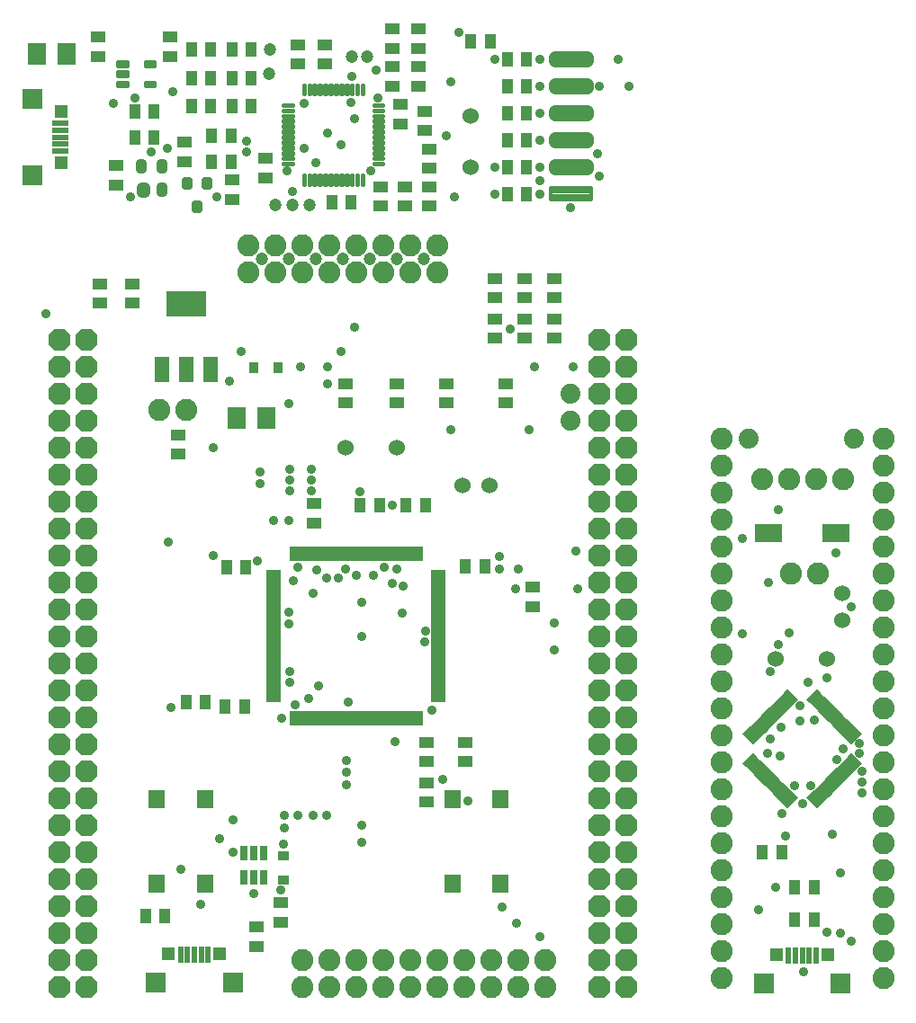
<source format=gbr>
G75*
%MOIN*%
%OFA0B0*%
%FSLAX25Y25*%
%IPPOS*%
%LPD*%
%AMOC8*
5,1,8,0,0,1.08239X$1,22.5*
%
%ADD10C,0.04737*%
%ADD11R,0.05524X0.03950*%
%ADD12R,0.03950X0.05524*%
%ADD13R,0.04068X0.03280*%
%ADD14R,0.03280X0.04068*%
%ADD15OC8,0.08200*%
%ADD16C,0.08200*%
%ADD17C,0.06000*%
%ADD18R,0.05918X0.06902*%
%ADD19R,0.01981X0.05524*%
%ADD20R,0.05524X0.01981*%
%ADD21R,0.05600X0.09600*%
%ADD22R,0.14973X0.09461*%
%ADD23R,0.03162X0.05524*%
%ADD24R,0.04800X0.04800*%
%ADD25R,0.02375X0.06115*%
%ADD26R,0.07800X0.07800*%
%ADD27C,0.04350*%
%ADD28C,0.01450*%
%ADD29C,0.02962*%
%ADD30C,0.03553*%
%ADD31C,0.00892*%
%ADD32C,0.01975*%
%ADD33C,0.01661*%
%ADD34R,0.07099X0.07887*%
%ADD35R,0.06115X0.02375*%
%ADD36R,0.09855X0.07099*%
%ADD37C,0.03600*%
%ADD38C,0.07400*%
D10*
X0094353Y0277500D03*
X0104353Y0277500D03*
X0114353Y0277500D03*
X0124353Y0277500D03*
X0134353Y0277500D03*
X0144353Y0277500D03*
X0154353Y0277500D03*
X0111978Y0297250D03*
X0105728Y0297250D03*
X0099478Y0297250D03*
X0097103Y0346000D03*
X0097228Y0355000D03*
X0127853Y0352250D03*
X0133478Y0352250D03*
D11*
X0142853Y0355457D03*
X0142853Y0348543D03*
X0142853Y0341457D03*
X0145853Y0334543D03*
X0145853Y0327457D03*
X0154853Y0324957D03*
X0156353Y0318043D03*
X0156353Y0310957D03*
X0156353Y0304043D03*
X0156353Y0296957D03*
X0147353Y0296957D03*
X0147353Y0304043D03*
X0138353Y0304043D03*
X0138353Y0296957D03*
X0154853Y0332043D03*
X0152353Y0341457D03*
X0152353Y0348543D03*
X0152353Y0355457D03*
X0152353Y0362543D03*
X0142853Y0362543D03*
X0117603Y0356793D03*
X0117603Y0349707D03*
X0107603Y0349707D03*
X0107603Y0356793D03*
X0095728Y0314543D03*
X0095728Y0307457D03*
X0083228Y0306543D03*
X0083228Y0299457D03*
X0065853Y0313457D03*
X0065853Y0320543D03*
X0040228Y0311918D03*
X0040228Y0304832D03*
X0034353Y0268043D03*
X0034353Y0260957D03*
X0046353Y0260957D03*
X0046353Y0268043D03*
X0063353Y0212043D03*
X0063353Y0204957D03*
X0113853Y0186543D03*
X0113853Y0179457D03*
X0125353Y0223957D03*
X0125353Y0231043D03*
X0144353Y0231043D03*
X0144353Y0223957D03*
X0162853Y0223957D03*
X0162853Y0231043D03*
X0180853Y0247957D03*
X0180853Y0255043D03*
X0180853Y0262957D03*
X0180853Y0270043D03*
X0191853Y0270043D03*
X0191853Y0262957D03*
X0191853Y0255043D03*
X0191853Y0247957D03*
X0202853Y0247957D03*
X0202853Y0255043D03*
X0202853Y0262957D03*
X0202853Y0270043D03*
X0184853Y0231043D03*
X0184853Y0223957D03*
X0194853Y0155543D03*
X0194853Y0148457D03*
X0169853Y0098043D03*
X0169853Y0090957D03*
X0155353Y0090957D03*
X0155353Y0098043D03*
X0155353Y0083043D03*
X0155353Y0075957D03*
X0101353Y0038543D03*
X0101353Y0031457D03*
X0092353Y0029543D03*
X0092353Y0022457D03*
X0060353Y0352457D03*
X0060353Y0359543D03*
X0033853Y0359543D03*
X0033853Y0352457D03*
D12*
X0047309Y0332000D03*
X0054396Y0332000D03*
X0054396Y0322500D03*
X0047309Y0322500D03*
X0068309Y0334000D03*
X0075396Y0334000D03*
X0083309Y0334000D03*
X0090396Y0334000D03*
X0090396Y0344500D03*
X0083309Y0344500D03*
X0075396Y0344500D03*
X0068309Y0344500D03*
X0068309Y0355000D03*
X0075396Y0355000D03*
X0083309Y0355000D03*
X0090396Y0355000D03*
X0082896Y0323000D03*
X0075809Y0323000D03*
X0075809Y0313500D03*
X0082896Y0313500D03*
X0120309Y0298500D03*
X0127396Y0298500D03*
X0171809Y0358000D03*
X0178896Y0358000D03*
X0185309Y0351500D03*
X0192396Y0351500D03*
X0192396Y0341500D03*
X0185309Y0341500D03*
X0185309Y0331500D03*
X0192396Y0331500D03*
X0192396Y0321500D03*
X0185309Y0321500D03*
X0185309Y0311500D03*
X0192396Y0311500D03*
X0192396Y0301500D03*
X0185309Y0301500D03*
X0154896Y0186000D03*
X0147809Y0186000D03*
X0137896Y0186000D03*
X0130809Y0186000D03*
X0169809Y0163500D03*
X0176896Y0163500D03*
X0088396Y0163000D03*
X0081309Y0163000D03*
X0073396Y0113000D03*
X0066309Y0113000D03*
X0080809Y0111500D03*
X0087896Y0111500D03*
X0058396Y0033750D03*
X0051309Y0033750D03*
X0279809Y0057500D03*
X0286896Y0057500D03*
X0291809Y0044500D03*
X0298896Y0044500D03*
X0298896Y0032500D03*
X0291809Y0032500D03*
D13*
X0102353Y0046972D03*
X0102353Y0056028D03*
D14*
X0100380Y0237000D03*
X0091325Y0237000D03*
D15*
X0019353Y0007500D03*
X0029353Y0007500D03*
X0029353Y0017500D03*
X0029353Y0027500D03*
X0029353Y0037500D03*
X0029353Y0047500D03*
X0029353Y0057500D03*
X0029353Y0067500D03*
X0029353Y0077500D03*
X0029353Y0087500D03*
X0029353Y0097500D03*
X0029353Y0107500D03*
X0029353Y0117500D03*
X0029353Y0127500D03*
X0029353Y0137500D03*
X0029353Y0147500D03*
X0029353Y0157500D03*
X0029353Y0167500D03*
X0029353Y0177500D03*
X0029353Y0187500D03*
X0029353Y0197500D03*
X0029353Y0207500D03*
X0029353Y0217500D03*
X0029353Y0227500D03*
X0029353Y0237500D03*
X0029353Y0247500D03*
X0019353Y0247500D03*
X0019353Y0237500D03*
X0019353Y0227500D03*
X0019353Y0217500D03*
X0019353Y0207500D03*
X0019353Y0197500D03*
X0019353Y0187500D03*
X0019353Y0177500D03*
X0019353Y0167500D03*
X0019353Y0157500D03*
X0019353Y0147500D03*
X0019353Y0137500D03*
X0019353Y0127500D03*
X0019353Y0117500D03*
X0019353Y0107500D03*
X0019353Y0097500D03*
X0019353Y0087500D03*
X0019353Y0077500D03*
X0019353Y0067500D03*
X0019353Y0057500D03*
X0019353Y0047500D03*
X0019353Y0037500D03*
X0019353Y0027500D03*
X0019353Y0017500D03*
X0219353Y0017500D03*
X0229353Y0017500D03*
X0229353Y0007500D03*
X0219353Y0007500D03*
X0219353Y0027500D03*
X0219353Y0037500D03*
X0229353Y0037500D03*
X0229353Y0027500D03*
X0229353Y0047500D03*
X0229353Y0057500D03*
X0229353Y0067500D03*
X0229353Y0077500D03*
X0229353Y0087500D03*
X0229353Y0097500D03*
X0229353Y0107500D03*
X0229353Y0117500D03*
X0229353Y0127500D03*
X0229353Y0137500D03*
X0229353Y0147500D03*
X0229353Y0157500D03*
X0229353Y0167500D03*
X0229353Y0177500D03*
X0229353Y0187500D03*
X0229353Y0197500D03*
X0229353Y0207500D03*
X0229353Y0217500D03*
X0229353Y0227500D03*
X0229353Y0237500D03*
X0229353Y0247500D03*
X0219353Y0247500D03*
X0219353Y0237500D03*
X0219353Y0227500D03*
X0219353Y0217500D03*
X0219353Y0207500D03*
X0219353Y0197500D03*
X0219353Y0187500D03*
X0219353Y0177500D03*
X0219353Y0167500D03*
X0219353Y0157500D03*
X0219353Y0147500D03*
X0219353Y0137500D03*
X0219353Y0127500D03*
X0219353Y0117500D03*
X0219353Y0107500D03*
X0219353Y0097500D03*
X0219353Y0087500D03*
X0219353Y0077500D03*
X0219353Y0067500D03*
X0219353Y0057500D03*
X0219353Y0047500D03*
D16*
X0199353Y0017500D03*
X0199353Y0007500D03*
X0189353Y0007500D03*
X0189353Y0017500D03*
X0179353Y0017500D03*
X0179353Y0007500D03*
X0169353Y0007500D03*
X0169353Y0017500D03*
X0159353Y0017500D03*
X0149353Y0017500D03*
X0149353Y0007500D03*
X0159353Y0007500D03*
X0139353Y0007500D03*
X0139353Y0017500D03*
X0129353Y0017500D03*
X0129353Y0007500D03*
X0119353Y0007500D03*
X0119353Y0017500D03*
X0109353Y0017500D03*
X0109353Y0007500D03*
X0264603Y0010750D03*
X0264603Y0020750D03*
X0264603Y0030750D03*
X0264603Y0040750D03*
X0264603Y0050750D03*
X0264603Y0060750D03*
X0264603Y0070750D03*
X0264603Y0080750D03*
X0264603Y0090750D03*
X0264603Y0100750D03*
X0264603Y0110750D03*
X0264603Y0120750D03*
X0264603Y0130750D03*
X0264603Y0140750D03*
X0264603Y0150750D03*
X0264603Y0160750D03*
X0264603Y0170750D03*
X0264603Y0180750D03*
X0264603Y0190750D03*
X0264603Y0200750D03*
X0264603Y0210750D03*
X0279603Y0195750D03*
X0289603Y0195750D03*
X0299603Y0195750D03*
X0309603Y0195750D03*
X0324603Y0190750D03*
X0324603Y0180750D03*
X0324603Y0170750D03*
X0324603Y0160750D03*
X0324603Y0150750D03*
X0324603Y0140750D03*
X0324603Y0130750D03*
X0324603Y0120750D03*
X0324603Y0110750D03*
X0324603Y0100750D03*
X0324603Y0090750D03*
X0324603Y0080750D03*
X0324603Y0070750D03*
X0324603Y0060750D03*
X0324603Y0050750D03*
X0324603Y0040750D03*
X0324603Y0030750D03*
X0324603Y0020750D03*
X0324603Y0010750D03*
X0300353Y0160750D03*
X0290353Y0160750D03*
X0324603Y0200750D03*
X0324603Y0210750D03*
X0159353Y0272500D03*
X0159353Y0282500D03*
X0149353Y0282500D03*
X0149353Y0272500D03*
X0139353Y0272500D03*
X0139353Y0282500D03*
X0129353Y0282500D03*
X0129353Y0272500D03*
X0119353Y0272500D03*
X0119353Y0282500D03*
X0109353Y0282500D03*
X0109353Y0272500D03*
X0099353Y0272500D03*
X0099353Y0282500D03*
X0089353Y0282500D03*
X0089353Y0272500D03*
X0066353Y0221500D03*
X0056353Y0221500D03*
D17*
X0125353Y0207500D03*
X0144353Y0207500D03*
X0168853Y0193500D03*
X0178853Y0193500D03*
X0171853Y0311500D03*
X0171853Y0330500D03*
X0309353Y0153500D03*
X0309353Y0143500D03*
X0303853Y0129000D03*
X0284853Y0129000D03*
D18*
X0182711Y0077150D03*
X0164994Y0077150D03*
X0164994Y0045850D03*
X0182711Y0045850D03*
X0073211Y0045850D03*
X0055494Y0045850D03*
X0055494Y0077150D03*
X0073211Y0077150D03*
D19*
X0105731Y0106988D03*
X0107699Y0106988D03*
X0109668Y0106988D03*
X0111636Y0106988D03*
X0113605Y0106988D03*
X0115573Y0106988D03*
X0117542Y0106988D03*
X0119510Y0106988D03*
X0121479Y0106988D03*
X0123447Y0106988D03*
X0125416Y0106988D03*
X0127384Y0106988D03*
X0129353Y0106988D03*
X0131321Y0106988D03*
X0133290Y0106988D03*
X0135258Y0106988D03*
X0137227Y0106988D03*
X0139195Y0106988D03*
X0141164Y0106988D03*
X0143132Y0106988D03*
X0145101Y0106988D03*
X0147069Y0106988D03*
X0149038Y0106988D03*
X0151006Y0106988D03*
X0152975Y0106988D03*
X0152975Y0168012D03*
X0151006Y0168012D03*
X0149038Y0168012D03*
X0147069Y0168012D03*
X0145101Y0168012D03*
X0143132Y0168012D03*
X0141164Y0168012D03*
X0139195Y0168012D03*
X0137227Y0168012D03*
X0135258Y0168012D03*
X0133290Y0168012D03*
X0131321Y0168012D03*
X0129353Y0168012D03*
X0127384Y0168012D03*
X0125416Y0168012D03*
X0123447Y0168012D03*
X0121479Y0168012D03*
X0119510Y0168012D03*
X0117542Y0168012D03*
X0115573Y0168012D03*
X0113605Y0168012D03*
X0111636Y0168012D03*
X0109668Y0168012D03*
X0107699Y0168012D03*
X0105731Y0168012D03*
D20*
X0098841Y0161122D03*
X0098841Y0159154D03*
X0098841Y0157185D03*
X0098841Y0155217D03*
X0098841Y0153248D03*
X0098841Y0151280D03*
X0098841Y0149311D03*
X0098841Y0147343D03*
X0098841Y0145374D03*
X0098841Y0143406D03*
X0098841Y0141437D03*
X0098841Y0139469D03*
X0098841Y0137500D03*
X0098841Y0135531D03*
X0098841Y0133563D03*
X0098841Y0131594D03*
X0098841Y0129626D03*
X0098841Y0127657D03*
X0098841Y0125689D03*
X0098841Y0123720D03*
X0098841Y0121752D03*
X0098841Y0119783D03*
X0098841Y0117815D03*
X0098841Y0115846D03*
X0098841Y0113878D03*
X0159865Y0113878D03*
X0159865Y0115846D03*
X0159865Y0117815D03*
X0159865Y0119783D03*
X0159865Y0121752D03*
X0159865Y0123720D03*
X0159865Y0125689D03*
X0159865Y0127657D03*
X0159865Y0129626D03*
X0159865Y0131594D03*
X0159865Y0133563D03*
X0159865Y0135531D03*
X0159865Y0137500D03*
X0159865Y0139469D03*
X0159865Y0141437D03*
X0159865Y0143406D03*
X0159865Y0145374D03*
X0159865Y0147343D03*
X0159865Y0149311D03*
X0159865Y0151280D03*
X0159865Y0153248D03*
X0159865Y0155217D03*
X0159865Y0157185D03*
X0159865Y0159154D03*
X0159865Y0161122D03*
G36*
X0276368Y0097273D02*
X0272463Y0101178D01*
X0273864Y0102579D01*
X0277769Y0098674D01*
X0276368Y0097273D01*
G37*
G36*
X0277759Y0098665D02*
X0273854Y0102570D01*
X0275255Y0103971D01*
X0279160Y0100066D01*
X0277759Y0098665D01*
G37*
G36*
X0279151Y0100057D02*
X0275246Y0103962D01*
X0276647Y0105363D01*
X0280552Y0101458D01*
X0279151Y0100057D01*
G37*
G36*
X0280543Y0101449D02*
X0276638Y0105354D01*
X0278039Y0106755D01*
X0281944Y0102850D01*
X0280543Y0101449D01*
G37*
G36*
X0281935Y0102841D02*
X0278030Y0106746D01*
X0279431Y0108147D01*
X0283336Y0104242D01*
X0281935Y0102841D01*
G37*
G36*
X0283327Y0104233D02*
X0279422Y0108138D01*
X0280823Y0109539D01*
X0284728Y0105634D01*
X0283327Y0104233D01*
G37*
G36*
X0284719Y0105624D02*
X0280814Y0109529D01*
X0282215Y0110930D01*
X0286120Y0107025D01*
X0284719Y0105624D01*
G37*
G36*
X0286111Y0107016D02*
X0282206Y0110921D01*
X0283607Y0112322D01*
X0287512Y0108417D01*
X0286111Y0107016D01*
G37*
G36*
X0287503Y0108408D02*
X0283598Y0112313D01*
X0284999Y0113714D01*
X0288904Y0109809D01*
X0287503Y0108408D01*
G37*
G36*
X0288895Y0109800D02*
X0284990Y0113705D01*
X0286391Y0115106D01*
X0290296Y0111201D01*
X0288895Y0109800D01*
G37*
G36*
X0290287Y0111192D02*
X0286382Y0115097D01*
X0287783Y0116498D01*
X0291688Y0112593D01*
X0290287Y0111192D01*
G37*
G36*
X0291679Y0112584D02*
X0287774Y0116489D01*
X0289175Y0117890D01*
X0293080Y0113985D01*
X0291679Y0112584D01*
G37*
G36*
X0296126Y0113985D02*
X0300031Y0117890D01*
X0301432Y0116489D01*
X0297527Y0112584D01*
X0296126Y0113985D01*
G37*
G36*
X0297517Y0112593D02*
X0301422Y0116498D01*
X0302823Y0115097D01*
X0298918Y0111192D01*
X0297517Y0112593D01*
G37*
G36*
X0298909Y0111201D02*
X0302814Y0115106D01*
X0304215Y0113705D01*
X0300310Y0109800D01*
X0298909Y0111201D01*
G37*
G36*
X0300301Y0109809D02*
X0304206Y0113714D01*
X0305607Y0112313D01*
X0301702Y0108408D01*
X0300301Y0109809D01*
G37*
G36*
X0301693Y0108417D02*
X0305598Y0112322D01*
X0306999Y0110921D01*
X0303094Y0107016D01*
X0301693Y0108417D01*
G37*
G36*
X0303085Y0107025D02*
X0306990Y0110930D01*
X0308391Y0109529D01*
X0304486Y0105624D01*
X0303085Y0107025D01*
G37*
G36*
X0304477Y0105634D02*
X0308382Y0109539D01*
X0309783Y0108138D01*
X0305878Y0104233D01*
X0304477Y0105634D01*
G37*
G36*
X0305869Y0104242D02*
X0309774Y0108147D01*
X0311175Y0106746D01*
X0307270Y0102841D01*
X0305869Y0104242D01*
G37*
G36*
X0307261Y0102850D02*
X0311166Y0106755D01*
X0312567Y0105354D01*
X0308662Y0101449D01*
X0307261Y0102850D01*
G37*
G36*
X0308653Y0101458D02*
X0312558Y0105363D01*
X0313959Y0103962D01*
X0310054Y0100057D01*
X0308653Y0101458D01*
G37*
G36*
X0310045Y0100066D02*
X0313950Y0103971D01*
X0315351Y0102570D01*
X0311446Y0098665D01*
X0310045Y0100066D01*
G37*
G36*
X0311437Y0098674D02*
X0315342Y0102579D01*
X0316743Y0101178D01*
X0312838Y0097273D01*
X0311437Y0098674D01*
G37*
G36*
X0312838Y0094227D02*
X0316743Y0090322D01*
X0315342Y0088921D01*
X0311437Y0092826D01*
X0312838Y0094227D01*
G37*
G36*
X0311446Y0092835D02*
X0315351Y0088930D01*
X0313950Y0087529D01*
X0310045Y0091434D01*
X0311446Y0092835D01*
G37*
G36*
X0310054Y0091443D02*
X0313959Y0087538D01*
X0312558Y0086137D01*
X0308653Y0090042D01*
X0310054Y0091443D01*
G37*
G36*
X0308662Y0090051D02*
X0312567Y0086146D01*
X0311166Y0084745D01*
X0307261Y0088650D01*
X0308662Y0090051D01*
G37*
G36*
X0307270Y0088659D02*
X0311175Y0084754D01*
X0309774Y0083353D01*
X0305869Y0087258D01*
X0307270Y0088659D01*
G37*
G36*
X0305878Y0087267D02*
X0309783Y0083362D01*
X0308382Y0081961D01*
X0304477Y0085866D01*
X0305878Y0087267D01*
G37*
G36*
X0304486Y0085876D02*
X0308391Y0081971D01*
X0306990Y0080570D01*
X0303085Y0084475D01*
X0304486Y0085876D01*
G37*
G36*
X0303094Y0084484D02*
X0306999Y0080579D01*
X0305598Y0079178D01*
X0301693Y0083083D01*
X0303094Y0084484D01*
G37*
G36*
X0301702Y0083092D02*
X0305607Y0079187D01*
X0304206Y0077786D01*
X0300301Y0081691D01*
X0301702Y0083092D01*
G37*
G36*
X0300310Y0081700D02*
X0304215Y0077795D01*
X0302814Y0076394D01*
X0298909Y0080299D01*
X0300310Y0081700D01*
G37*
G36*
X0298918Y0080308D02*
X0302823Y0076403D01*
X0301422Y0075002D01*
X0297517Y0078907D01*
X0298918Y0080308D01*
G37*
G36*
X0297527Y0078916D02*
X0301432Y0075011D01*
X0300031Y0073610D01*
X0296126Y0077515D01*
X0297527Y0078916D01*
G37*
G36*
X0293080Y0077515D02*
X0289175Y0073610D01*
X0287774Y0075011D01*
X0291679Y0078916D01*
X0293080Y0077515D01*
G37*
G36*
X0291688Y0078907D02*
X0287783Y0075002D01*
X0286382Y0076403D01*
X0290287Y0080308D01*
X0291688Y0078907D01*
G37*
G36*
X0290296Y0080299D02*
X0286391Y0076394D01*
X0284990Y0077795D01*
X0288895Y0081700D01*
X0290296Y0080299D01*
G37*
G36*
X0288904Y0081691D02*
X0284999Y0077786D01*
X0283598Y0079187D01*
X0287503Y0083092D01*
X0288904Y0081691D01*
G37*
G36*
X0287512Y0083083D02*
X0283607Y0079178D01*
X0282206Y0080579D01*
X0286111Y0084484D01*
X0287512Y0083083D01*
G37*
G36*
X0286120Y0084475D02*
X0282215Y0080570D01*
X0280814Y0081971D01*
X0284719Y0085876D01*
X0286120Y0084475D01*
G37*
G36*
X0284728Y0085866D02*
X0280823Y0081961D01*
X0279422Y0083362D01*
X0283327Y0087267D01*
X0284728Y0085866D01*
G37*
G36*
X0283336Y0087258D02*
X0279431Y0083353D01*
X0278030Y0084754D01*
X0281935Y0088659D01*
X0283336Y0087258D01*
G37*
G36*
X0281944Y0088650D02*
X0278039Y0084745D01*
X0276638Y0086146D01*
X0280543Y0090051D01*
X0281944Y0088650D01*
G37*
G36*
X0280552Y0090042D02*
X0276647Y0086137D01*
X0275246Y0087538D01*
X0279151Y0091443D01*
X0280552Y0090042D01*
G37*
G36*
X0279160Y0091434D02*
X0275255Y0087529D01*
X0273854Y0088930D01*
X0277759Y0092835D01*
X0279160Y0091434D01*
G37*
G36*
X0277769Y0092826D02*
X0273864Y0088921D01*
X0272463Y0090322D01*
X0276368Y0094227D01*
X0277769Y0092826D01*
G37*
D21*
X0075453Y0236300D03*
X0066353Y0236300D03*
X0057253Y0236300D03*
D22*
X0066353Y0260701D03*
D23*
X0087613Y0057055D03*
X0091353Y0057055D03*
X0095093Y0057055D03*
X0095093Y0048000D03*
X0091353Y0048000D03*
X0087613Y0048000D03*
D24*
X0078853Y0019750D03*
X0059853Y0019750D03*
X0285103Y0019500D03*
X0304103Y0019500D03*
X0020103Y0313000D03*
X0020103Y0332000D03*
D25*
X0064235Y0019281D03*
X0066794Y0019281D03*
X0069353Y0019281D03*
X0071912Y0019281D03*
X0074471Y0019281D03*
X0289485Y0019031D03*
X0292044Y0019031D03*
X0294603Y0019031D03*
X0297162Y0019031D03*
X0299721Y0019031D03*
D26*
X0308853Y0008750D03*
X0280353Y0008750D03*
X0083603Y0009000D03*
X0055103Y0009000D03*
X0009353Y0308250D03*
X0009353Y0336750D03*
D27*
X0202754Y0340775D02*
X0202754Y0342225D01*
X0214952Y0342225D01*
X0214952Y0340775D01*
X0202754Y0340775D01*
X0202754Y0332225D02*
X0202754Y0330775D01*
X0202754Y0332225D02*
X0214952Y0332225D01*
X0214952Y0330775D01*
X0202754Y0330775D01*
X0202754Y0322225D02*
X0202754Y0320775D01*
X0202754Y0322225D02*
X0214952Y0322225D01*
X0214952Y0320775D01*
X0202754Y0320775D01*
X0202754Y0312225D02*
X0202754Y0310775D01*
X0202754Y0312225D02*
X0214952Y0312225D01*
X0214952Y0310775D01*
X0202754Y0310775D01*
X0202754Y0350775D02*
X0202754Y0352225D01*
X0214952Y0352225D01*
X0214952Y0350775D01*
X0202754Y0350775D01*
D28*
X0201304Y0303675D02*
X0201304Y0299325D01*
X0201304Y0303675D02*
X0216402Y0303675D01*
X0216402Y0299325D01*
X0201304Y0299325D01*
X0201304Y0300774D02*
X0216402Y0300774D01*
X0216402Y0302223D02*
X0201304Y0302223D01*
X0201304Y0303672D02*
X0216402Y0303672D01*
D29*
X0057587Y0301888D02*
X0056599Y0301888D01*
X0056599Y0304450D01*
X0057587Y0304450D01*
X0057587Y0301888D01*
X0057587Y0310550D02*
X0056599Y0310550D01*
X0056599Y0313112D01*
X0057587Y0313112D01*
X0057587Y0310550D01*
X0050107Y0310550D02*
X0049119Y0310550D01*
X0049119Y0313112D01*
X0050107Y0313112D01*
X0050107Y0310550D01*
D30*
X0049808Y0302183D02*
X0050992Y0302183D01*
X0049808Y0302183D02*
X0049808Y0304155D01*
X0050992Y0304155D01*
X0050992Y0302183D01*
D31*
X0106042Y0312227D02*
X0106042Y0313119D01*
X0106042Y0312227D02*
X0102198Y0312227D01*
X0102198Y0313119D01*
X0106042Y0313119D01*
X0106042Y0313118D02*
X0102198Y0313118D01*
X0106042Y0314196D02*
X0106042Y0315088D01*
X0106042Y0314196D02*
X0102198Y0314196D01*
X0102198Y0315088D01*
X0106042Y0315088D01*
X0106042Y0315087D02*
X0102198Y0315087D01*
X0106042Y0316164D02*
X0106042Y0317056D01*
X0106042Y0316164D02*
X0102198Y0316164D01*
X0102198Y0317056D01*
X0106042Y0317056D01*
X0106042Y0317055D02*
X0102198Y0317055D01*
X0106042Y0318133D02*
X0106042Y0319025D01*
X0106042Y0318133D02*
X0102198Y0318133D01*
X0102198Y0319025D01*
X0106042Y0319025D01*
X0106042Y0319024D02*
X0102198Y0319024D01*
X0106042Y0320101D02*
X0106042Y0320993D01*
X0106042Y0320101D02*
X0102198Y0320101D01*
X0102198Y0320993D01*
X0106042Y0320993D01*
X0106042Y0320992D02*
X0102198Y0320992D01*
X0106042Y0322070D02*
X0106042Y0322962D01*
X0106042Y0322070D02*
X0102198Y0322070D01*
X0102198Y0322962D01*
X0106042Y0322962D01*
X0106042Y0322961D02*
X0102198Y0322961D01*
X0106042Y0324038D02*
X0106042Y0324930D01*
X0106042Y0324038D02*
X0102198Y0324038D01*
X0102198Y0324930D01*
X0106042Y0324930D01*
X0106042Y0324929D02*
X0102198Y0324929D01*
X0106042Y0326007D02*
X0106042Y0326899D01*
X0106042Y0326007D02*
X0102198Y0326007D01*
X0102198Y0326899D01*
X0106042Y0326899D01*
X0106042Y0326898D02*
X0102198Y0326898D01*
X0106042Y0327975D02*
X0106042Y0328867D01*
X0106042Y0327975D02*
X0102198Y0327975D01*
X0102198Y0328867D01*
X0106042Y0328867D01*
X0106042Y0328866D02*
X0102198Y0328866D01*
X0106042Y0329944D02*
X0106042Y0330836D01*
X0106042Y0329944D02*
X0102198Y0329944D01*
X0102198Y0330836D01*
X0106042Y0330836D01*
X0106042Y0330835D02*
X0102198Y0330835D01*
X0106042Y0331912D02*
X0106042Y0332804D01*
X0106042Y0331912D02*
X0102198Y0331912D01*
X0102198Y0332804D01*
X0106042Y0332804D01*
X0106042Y0332803D02*
X0102198Y0332803D01*
X0106042Y0333881D02*
X0106042Y0334773D01*
X0106042Y0333881D02*
X0102198Y0333881D01*
X0102198Y0334773D01*
X0106042Y0334773D01*
X0106042Y0334772D02*
X0102198Y0334772D01*
X0110472Y0338310D02*
X0110472Y0342154D01*
X0110472Y0338310D02*
X0109580Y0338310D01*
X0109580Y0342154D01*
X0110472Y0342154D01*
X0110472Y0339201D02*
X0109580Y0339201D01*
X0109580Y0340092D02*
X0110472Y0340092D01*
X0110472Y0340983D02*
X0109580Y0340983D01*
X0109580Y0341874D02*
X0110472Y0341874D01*
X0112440Y0342154D02*
X0112440Y0338310D01*
X0111548Y0338310D01*
X0111548Y0342154D01*
X0112440Y0342154D01*
X0112440Y0339201D02*
X0111548Y0339201D01*
X0111548Y0340092D02*
X0112440Y0340092D01*
X0112440Y0340983D02*
X0111548Y0340983D01*
X0111548Y0341874D02*
X0112440Y0341874D01*
X0114409Y0342154D02*
X0114409Y0338310D01*
X0113517Y0338310D01*
X0113517Y0342154D01*
X0114409Y0342154D01*
X0114409Y0339201D02*
X0113517Y0339201D01*
X0113517Y0340092D02*
X0114409Y0340092D01*
X0114409Y0340983D02*
X0113517Y0340983D01*
X0113517Y0341874D02*
X0114409Y0341874D01*
X0116377Y0342154D02*
X0116377Y0338310D01*
X0115485Y0338310D01*
X0115485Y0342154D01*
X0116377Y0342154D01*
X0116377Y0339201D02*
X0115485Y0339201D01*
X0115485Y0340092D02*
X0116377Y0340092D01*
X0116377Y0340983D02*
X0115485Y0340983D01*
X0115485Y0341874D02*
X0116377Y0341874D01*
X0118346Y0342154D02*
X0118346Y0338310D01*
X0117454Y0338310D01*
X0117454Y0342154D01*
X0118346Y0342154D01*
X0118346Y0339201D02*
X0117454Y0339201D01*
X0117454Y0340092D02*
X0118346Y0340092D01*
X0118346Y0340983D02*
X0117454Y0340983D01*
X0117454Y0341874D02*
X0118346Y0341874D01*
X0120314Y0342154D02*
X0120314Y0338310D01*
X0119422Y0338310D01*
X0119422Y0342154D01*
X0120314Y0342154D01*
X0120314Y0339201D02*
X0119422Y0339201D01*
X0119422Y0340092D02*
X0120314Y0340092D01*
X0120314Y0340983D02*
X0119422Y0340983D01*
X0119422Y0341874D02*
X0120314Y0341874D01*
X0122283Y0342154D02*
X0122283Y0338310D01*
X0121391Y0338310D01*
X0121391Y0342154D01*
X0122283Y0342154D01*
X0122283Y0339201D02*
X0121391Y0339201D01*
X0121391Y0340092D02*
X0122283Y0340092D01*
X0122283Y0340983D02*
X0121391Y0340983D01*
X0121391Y0341874D02*
X0122283Y0341874D01*
X0124251Y0342154D02*
X0124251Y0338310D01*
X0123359Y0338310D01*
X0123359Y0342154D01*
X0124251Y0342154D01*
X0124251Y0339201D02*
X0123359Y0339201D01*
X0123359Y0340092D02*
X0124251Y0340092D01*
X0124251Y0340983D02*
X0123359Y0340983D01*
X0123359Y0341874D02*
X0124251Y0341874D01*
X0126220Y0342154D02*
X0126220Y0338310D01*
X0125328Y0338310D01*
X0125328Y0342154D01*
X0126220Y0342154D01*
X0126220Y0339201D02*
X0125328Y0339201D01*
X0125328Y0340092D02*
X0126220Y0340092D01*
X0126220Y0340983D02*
X0125328Y0340983D01*
X0125328Y0341874D02*
X0126220Y0341874D01*
X0128188Y0342154D02*
X0128188Y0338310D01*
X0127296Y0338310D01*
X0127296Y0342154D01*
X0128188Y0342154D01*
X0128188Y0339201D02*
X0127296Y0339201D01*
X0127296Y0340092D02*
X0128188Y0340092D01*
X0128188Y0340983D02*
X0127296Y0340983D01*
X0127296Y0341874D02*
X0128188Y0341874D01*
X0130157Y0342154D02*
X0130157Y0338310D01*
X0129265Y0338310D01*
X0129265Y0342154D01*
X0130157Y0342154D01*
X0130157Y0339201D02*
X0129265Y0339201D01*
X0129265Y0340092D02*
X0130157Y0340092D01*
X0130157Y0340983D02*
X0129265Y0340983D01*
X0129265Y0341874D02*
X0130157Y0341874D01*
X0132126Y0342154D02*
X0132126Y0338310D01*
X0131234Y0338310D01*
X0131234Y0342154D01*
X0132126Y0342154D01*
X0132126Y0339201D02*
X0131234Y0339201D01*
X0131234Y0340092D02*
X0132126Y0340092D01*
X0132126Y0340983D02*
X0131234Y0340983D01*
X0131234Y0341874D02*
X0132126Y0341874D01*
X0139507Y0334773D02*
X0139507Y0333881D01*
X0135663Y0333881D01*
X0135663Y0334773D01*
X0139507Y0334773D01*
X0139507Y0334772D02*
X0135663Y0334772D01*
X0139507Y0332804D02*
X0139507Y0331912D01*
X0135663Y0331912D01*
X0135663Y0332804D01*
X0139507Y0332804D01*
X0139507Y0332803D02*
X0135663Y0332803D01*
X0139507Y0330836D02*
X0139507Y0329944D01*
X0135663Y0329944D01*
X0135663Y0330836D01*
X0139507Y0330836D01*
X0139507Y0330835D02*
X0135663Y0330835D01*
X0139507Y0328867D02*
X0139507Y0327975D01*
X0135663Y0327975D01*
X0135663Y0328867D01*
X0139507Y0328867D01*
X0139507Y0328866D02*
X0135663Y0328866D01*
X0139507Y0326899D02*
X0139507Y0326007D01*
X0135663Y0326007D01*
X0135663Y0326899D01*
X0139507Y0326899D01*
X0139507Y0326898D02*
X0135663Y0326898D01*
X0139507Y0324930D02*
X0139507Y0324038D01*
X0135663Y0324038D01*
X0135663Y0324930D01*
X0139507Y0324930D01*
X0139507Y0324929D02*
X0135663Y0324929D01*
X0139507Y0322962D02*
X0139507Y0322070D01*
X0135663Y0322070D01*
X0135663Y0322962D01*
X0139507Y0322962D01*
X0139507Y0322961D02*
X0135663Y0322961D01*
X0139507Y0320993D02*
X0139507Y0320101D01*
X0135663Y0320101D01*
X0135663Y0320993D01*
X0139507Y0320993D01*
X0139507Y0320992D02*
X0135663Y0320992D01*
X0139507Y0319025D02*
X0139507Y0318133D01*
X0135663Y0318133D01*
X0135663Y0319025D01*
X0139507Y0319025D01*
X0139507Y0319024D02*
X0135663Y0319024D01*
X0139507Y0317056D02*
X0139507Y0316164D01*
X0135663Y0316164D01*
X0135663Y0317056D01*
X0139507Y0317056D01*
X0139507Y0317055D02*
X0135663Y0317055D01*
X0139507Y0315088D02*
X0139507Y0314196D01*
X0135663Y0314196D01*
X0135663Y0315088D01*
X0139507Y0315088D01*
X0139507Y0315087D02*
X0135663Y0315087D01*
X0139507Y0313119D02*
X0139507Y0312227D01*
X0135663Y0312227D01*
X0135663Y0313119D01*
X0139507Y0313119D01*
X0139507Y0313118D02*
X0135663Y0313118D01*
X0132126Y0308690D02*
X0132126Y0304846D01*
X0131234Y0304846D01*
X0131234Y0308690D01*
X0132126Y0308690D01*
X0132126Y0305737D02*
X0131234Y0305737D01*
X0131234Y0306628D02*
X0132126Y0306628D01*
X0132126Y0307519D02*
X0131234Y0307519D01*
X0131234Y0308410D02*
X0132126Y0308410D01*
X0130157Y0308690D02*
X0130157Y0304846D01*
X0129265Y0304846D01*
X0129265Y0308690D01*
X0130157Y0308690D01*
X0130157Y0305737D02*
X0129265Y0305737D01*
X0129265Y0306628D02*
X0130157Y0306628D01*
X0130157Y0307519D02*
X0129265Y0307519D01*
X0129265Y0308410D02*
X0130157Y0308410D01*
X0128188Y0308690D02*
X0128188Y0304846D01*
X0127296Y0304846D01*
X0127296Y0308690D01*
X0128188Y0308690D01*
X0128188Y0305737D02*
X0127296Y0305737D01*
X0127296Y0306628D02*
X0128188Y0306628D01*
X0128188Y0307519D02*
X0127296Y0307519D01*
X0127296Y0308410D02*
X0128188Y0308410D01*
X0126220Y0308690D02*
X0126220Y0304846D01*
X0125328Y0304846D01*
X0125328Y0308690D01*
X0126220Y0308690D01*
X0126220Y0305737D02*
X0125328Y0305737D01*
X0125328Y0306628D02*
X0126220Y0306628D01*
X0126220Y0307519D02*
X0125328Y0307519D01*
X0125328Y0308410D02*
X0126220Y0308410D01*
X0124251Y0308690D02*
X0124251Y0304846D01*
X0123359Y0304846D01*
X0123359Y0308690D01*
X0124251Y0308690D01*
X0124251Y0305737D02*
X0123359Y0305737D01*
X0123359Y0306628D02*
X0124251Y0306628D01*
X0124251Y0307519D02*
X0123359Y0307519D01*
X0123359Y0308410D02*
X0124251Y0308410D01*
X0122283Y0308690D02*
X0122283Y0304846D01*
X0121391Y0304846D01*
X0121391Y0308690D01*
X0122283Y0308690D01*
X0122283Y0305737D02*
X0121391Y0305737D01*
X0121391Y0306628D02*
X0122283Y0306628D01*
X0122283Y0307519D02*
X0121391Y0307519D01*
X0121391Y0308410D02*
X0122283Y0308410D01*
X0120314Y0308690D02*
X0120314Y0304846D01*
X0119422Y0304846D01*
X0119422Y0308690D01*
X0120314Y0308690D01*
X0120314Y0305737D02*
X0119422Y0305737D01*
X0119422Y0306628D02*
X0120314Y0306628D01*
X0120314Y0307519D02*
X0119422Y0307519D01*
X0119422Y0308410D02*
X0120314Y0308410D01*
X0118346Y0308690D02*
X0118346Y0304846D01*
X0117454Y0304846D01*
X0117454Y0308690D01*
X0118346Y0308690D01*
X0118346Y0305737D02*
X0117454Y0305737D01*
X0117454Y0306628D02*
X0118346Y0306628D01*
X0118346Y0307519D02*
X0117454Y0307519D01*
X0117454Y0308410D02*
X0118346Y0308410D01*
X0116377Y0308690D02*
X0116377Y0304846D01*
X0115485Y0304846D01*
X0115485Y0308690D01*
X0116377Y0308690D01*
X0116377Y0305737D02*
X0115485Y0305737D01*
X0115485Y0306628D02*
X0116377Y0306628D01*
X0116377Y0307519D02*
X0115485Y0307519D01*
X0115485Y0308410D02*
X0116377Y0308410D01*
X0114409Y0308690D02*
X0114409Y0304846D01*
X0113517Y0304846D01*
X0113517Y0308690D01*
X0114409Y0308690D01*
X0114409Y0305737D02*
X0113517Y0305737D01*
X0113517Y0306628D02*
X0114409Y0306628D01*
X0114409Y0307519D02*
X0113517Y0307519D01*
X0113517Y0308410D02*
X0114409Y0308410D01*
X0112440Y0308690D02*
X0112440Y0304846D01*
X0111548Y0304846D01*
X0111548Y0308690D01*
X0112440Y0308690D01*
X0112440Y0305737D02*
X0111548Y0305737D01*
X0111548Y0306628D02*
X0112440Y0306628D01*
X0112440Y0307519D02*
X0111548Y0307519D01*
X0111548Y0308410D02*
X0112440Y0308410D01*
X0110472Y0308690D02*
X0110472Y0304846D01*
X0109580Y0304846D01*
X0109580Y0308690D01*
X0110472Y0308690D01*
X0110472Y0305737D02*
X0109580Y0305737D01*
X0109580Y0306628D02*
X0110472Y0306628D01*
X0110472Y0307519D02*
X0109580Y0307519D01*
X0109580Y0308410D02*
X0110472Y0308410D01*
D32*
X0075081Y0306712D02*
X0073105Y0306712D01*
X0075081Y0306712D02*
X0075081Y0303950D01*
X0073105Y0303950D01*
X0073105Y0306712D01*
X0073105Y0305924D02*
X0075081Y0305924D01*
X0067601Y0306712D02*
X0065625Y0306712D01*
X0067601Y0306712D02*
X0067601Y0303950D01*
X0065625Y0303950D01*
X0065625Y0306712D01*
X0065625Y0305924D02*
X0067601Y0305924D01*
X0069365Y0298050D02*
X0071341Y0298050D01*
X0071341Y0295288D01*
X0069365Y0295288D01*
X0069365Y0298050D01*
X0069365Y0297262D02*
X0071341Y0297262D01*
D33*
X0051433Y0341706D02*
X0051433Y0342814D01*
X0054509Y0342814D01*
X0054509Y0341706D01*
X0051433Y0341706D01*
X0051433Y0349186D02*
X0051433Y0350294D01*
X0054509Y0350294D01*
X0054509Y0349186D01*
X0051433Y0349186D01*
X0041197Y0349186D02*
X0041197Y0350294D01*
X0044273Y0350294D01*
X0044273Y0349186D01*
X0041197Y0349186D01*
X0041197Y0346554D02*
X0041197Y0345446D01*
X0041197Y0346554D02*
X0044273Y0346554D01*
X0044273Y0345446D01*
X0041197Y0345446D01*
X0041197Y0342814D02*
X0041197Y0341706D01*
X0041197Y0342814D02*
X0044273Y0342814D01*
X0044273Y0341706D01*
X0041197Y0341706D01*
D34*
X0021990Y0353250D03*
X0010966Y0353250D03*
X0085091Y0218500D03*
X0096115Y0218500D03*
D35*
X0019634Y0317382D03*
X0019634Y0319941D03*
X0019634Y0322500D03*
X0019634Y0325059D03*
X0019634Y0327618D03*
D36*
X0282201Y0175750D03*
X0307004Y0175750D03*
D37*
X0307103Y0168500D03*
X0312853Y0148500D03*
X0289603Y0138750D03*
X0285603Y0134500D03*
X0282853Y0124250D03*
X0293853Y0111750D03*
X0293853Y0106000D03*
X0299103Y0106500D03*
X0296603Y0120500D03*
X0303853Y0122000D03*
X0286853Y0103750D03*
X0282603Y0099500D03*
X0281853Y0094000D03*
X0286353Y0093000D03*
X0291853Y0082000D03*
X0297603Y0082000D03*
X0294603Y0075500D03*
X0287103Y0071750D03*
X0288353Y0063500D03*
X0284853Y0044500D03*
X0278353Y0036000D03*
X0295103Y0013000D03*
X0303603Y0027750D03*
X0308853Y0027500D03*
X0312603Y0024250D03*
X0308603Y0049750D03*
X0305603Y0064000D03*
X0316603Y0079500D03*
X0316603Y0083500D03*
X0316603Y0087500D03*
X0315853Y0094000D03*
X0315853Y0097750D03*
X0309853Y0095750D03*
X0307353Y0091750D03*
X0272353Y0138250D03*
X0282103Y0157250D03*
X0272353Y0173750D03*
X0285603Y0184250D03*
X0210853Y0169000D03*
X0211353Y0155000D03*
X0202853Y0142500D03*
X0202853Y0132500D03*
X0188353Y0155000D03*
X0189353Y0162500D03*
X0182353Y0162500D03*
X0182353Y0167000D03*
X0154884Y0139469D03*
X0154853Y0135500D03*
X0146353Y0146000D03*
X0146853Y0156000D03*
X0142853Y0157000D03*
X0144353Y0162500D03*
X0139853Y0163000D03*
X0135853Y0160000D03*
X0129353Y0160000D03*
X0125353Y0162500D03*
X0122853Y0159000D03*
X0118353Y0159000D03*
X0114853Y0162000D03*
X0107853Y0163000D03*
X0106103Y0158000D03*
X0113353Y0153500D03*
X0104353Y0146500D03*
X0104353Y0142000D03*
X0104853Y0124500D03*
X0104853Y0120500D03*
X0106853Y0112000D03*
X0111853Y0114500D03*
X0115353Y0119000D03*
X0101853Y0107000D03*
X0126353Y0113000D03*
X0125853Y0091500D03*
X0125853Y0087000D03*
X0125853Y0082500D03*
X0118353Y0071000D03*
X0113353Y0071000D03*
X0107853Y0071000D03*
X0102853Y0071000D03*
X0102853Y0066500D03*
X0102353Y0060500D03*
X0101353Y0043500D03*
X0091353Y0042000D03*
X0083853Y0057500D03*
X0078853Y0062500D03*
X0083853Y0069500D03*
X0064353Y0051000D03*
X0071853Y0038000D03*
X0131353Y0061000D03*
X0131353Y0067500D03*
X0143853Y0098500D03*
X0157353Y0110000D03*
X0161353Y0084500D03*
X0170853Y0076500D03*
X0183353Y0037000D03*
X0188853Y0031000D03*
X0197353Y0026000D03*
X0131353Y0137500D03*
X0131353Y0150000D03*
X0104353Y0180500D03*
X0098853Y0180500D03*
X0104853Y0191500D03*
X0104853Y0195500D03*
X0104853Y0199500D03*
X0112853Y0199500D03*
X0112853Y0195500D03*
X0112853Y0191500D03*
X0130853Y0191000D03*
X0142853Y0186000D03*
X0164353Y0214000D03*
X0193353Y0214000D03*
X0195353Y0237500D03*
X0209853Y0237500D03*
X0186353Y0251500D03*
X0208853Y0296500D03*
X0197353Y0301500D03*
X0197353Y0306500D03*
X0197353Y0311500D03*
X0197353Y0321500D03*
X0197353Y0331500D03*
X0197353Y0341500D03*
X0197353Y0351500D03*
X0180853Y0351500D03*
X0167353Y0361500D03*
X0164353Y0343000D03*
X0162853Y0323000D03*
X0180853Y0311500D03*
X0180853Y0301500D03*
X0165853Y0300500D03*
X0134853Y0310000D03*
X0123853Y0319750D03*
X0118853Y0324125D03*
X0128853Y0329500D03*
X0127353Y0335500D03*
X0127853Y0345000D03*
X0136603Y0347500D03*
X0137353Y0337000D03*
X0114353Y0313000D03*
X0110103Y0318500D03*
X0103853Y0310000D03*
X0105728Y0302250D03*
X0088853Y0317000D03*
X0088853Y0321000D03*
X0077853Y0300500D03*
X0059353Y0318500D03*
X0053478Y0317000D03*
X0039353Y0335000D03*
X0047353Y0337000D03*
X0061353Y0339500D03*
X0045853Y0300500D03*
X0014353Y0257000D03*
X0076353Y0207500D03*
X0093853Y0198500D03*
X0093853Y0194000D03*
X0076353Y0167500D03*
X0092853Y0165500D03*
X0059853Y0172500D03*
X0104353Y0223750D03*
X0108853Y0237500D03*
X0118853Y0237500D03*
X0118853Y0231000D03*
X0123853Y0243000D03*
X0128853Y0252000D03*
X0086853Y0243000D03*
X0082353Y0232000D03*
X0110103Y0335000D03*
X0219353Y0341500D03*
X0230353Y0341500D03*
X0226353Y0351500D03*
X0218853Y0316500D03*
X0219353Y0308000D03*
X0060853Y0111000D03*
D38*
X0208853Y0217500D03*
X0208853Y0227250D03*
X0274603Y0210750D03*
X0313603Y0210750D03*
M02*

</source>
